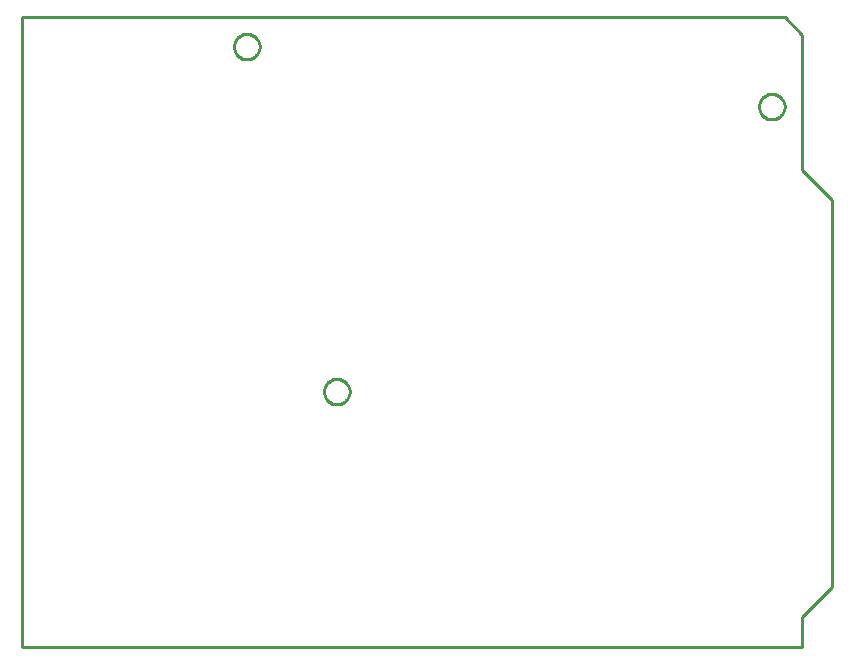
<source format=gbr>
G04 EAGLE Gerber RS-274X export*
G75*
%MOMM*%
%FSLAX34Y34*%
%LPD*%
%IN*%
%IPPOS*%
%AMOC8*
5,1,8,0,0,1.08239X$1,22.5*%
G01*
%ADD10C,0.254000*%


D10*
X0Y0D02*
X660400Y0D01*
X660400Y25400D01*
X685800Y50800D01*
X685800Y378460D01*
X660400Y403860D01*
X660400Y518160D01*
X646430Y533400D01*
X0Y533400D01*
X0Y0D01*
X645795Y456776D02*
X645728Y455930D01*
X645596Y455092D01*
X645398Y454268D01*
X645136Y453461D01*
X644811Y452677D01*
X644426Y451921D01*
X643983Y451198D01*
X643484Y450512D01*
X642933Y449867D01*
X642333Y449267D01*
X641688Y448716D01*
X641002Y448217D01*
X640279Y447774D01*
X639523Y447389D01*
X638739Y447064D01*
X637932Y446802D01*
X637108Y446604D01*
X636270Y446472D01*
X635424Y446405D01*
X634576Y446405D01*
X633730Y446472D01*
X632892Y446604D01*
X632068Y446802D01*
X631261Y447064D01*
X630477Y447389D01*
X629721Y447774D01*
X628998Y448217D01*
X628312Y448716D01*
X627667Y449267D01*
X627067Y449867D01*
X626516Y450512D01*
X626017Y451198D01*
X625574Y451921D01*
X625189Y452677D01*
X624864Y453461D01*
X624602Y454268D01*
X624404Y455092D01*
X624272Y455930D01*
X624205Y456776D01*
X624205Y457624D01*
X624272Y458470D01*
X624404Y459308D01*
X624602Y460132D01*
X624864Y460939D01*
X625189Y461723D01*
X625574Y462479D01*
X626017Y463202D01*
X626516Y463888D01*
X627067Y464533D01*
X627667Y465133D01*
X628312Y465684D01*
X628998Y466183D01*
X629721Y466626D01*
X630477Y467011D01*
X631261Y467336D01*
X632068Y467598D01*
X632892Y467796D01*
X633730Y467928D01*
X634576Y467995D01*
X635424Y467995D01*
X636270Y467928D01*
X637108Y467796D01*
X637932Y467598D01*
X638739Y467336D01*
X639523Y467011D01*
X640279Y466626D01*
X641002Y466183D01*
X641688Y465684D01*
X642333Y465133D01*
X642933Y464533D01*
X643484Y463888D01*
X643983Y463202D01*
X644426Y462479D01*
X644811Y461723D01*
X645136Y460939D01*
X645398Y460132D01*
X645596Y459308D01*
X645728Y458470D01*
X645795Y457624D01*
X645795Y456776D01*
X201295Y507576D02*
X201228Y506730D01*
X201096Y505892D01*
X200898Y505068D01*
X200636Y504261D01*
X200311Y503477D01*
X199926Y502721D01*
X199483Y501998D01*
X198984Y501312D01*
X198433Y500667D01*
X197833Y500067D01*
X197188Y499516D01*
X196502Y499017D01*
X195779Y498574D01*
X195023Y498189D01*
X194239Y497864D01*
X193432Y497602D01*
X192608Y497404D01*
X191770Y497272D01*
X190924Y497205D01*
X190076Y497205D01*
X189230Y497272D01*
X188392Y497404D01*
X187568Y497602D01*
X186761Y497864D01*
X185977Y498189D01*
X185221Y498574D01*
X184498Y499017D01*
X183812Y499516D01*
X183167Y500067D01*
X182567Y500667D01*
X182016Y501312D01*
X181517Y501998D01*
X181074Y502721D01*
X180689Y503477D01*
X180364Y504261D01*
X180102Y505068D01*
X179904Y505892D01*
X179772Y506730D01*
X179705Y507576D01*
X179705Y508424D01*
X179772Y509270D01*
X179904Y510108D01*
X180102Y510932D01*
X180364Y511739D01*
X180689Y512523D01*
X181074Y513279D01*
X181517Y514002D01*
X182016Y514688D01*
X182567Y515333D01*
X183167Y515933D01*
X183812Y516484D01*
X184498Y516983D01*
X185221Y517426D01*
X185977Y517811D01*
X186761Y518136D01*
X187568Y518398D01*
X188392Y518596D01*
X189230Y518728D01*
X190076Y518795D01*
X190924Y518795D01*
X191770Y518728D01*
X192608Y518596D01*
X193432Y518398D01*
X194239Y518136D01*
X195023Y517811D01*
X195779Y517426D01*
X196502Y516983D01*
X197188Y516484D01*
X197833Y515933D01*
X198433Y515333D01*
X198984Y514688D01*
X199483Y514002D01*
X199926Y513279D01*
X200311Y512523D01*
X200636Y511739D01*
X200898Y510932D01*
X201096Y510108D01*
X201228Y509270D01*
X201295Y508424D01*
X201295Y507576D01*
X277495Y215476D02*
X277428Y214630D01*
X277296Y213792D01*
X277098Y212968D01*
X276836Y212161D01*
X276511Y211377D01*
X276126Y210621D01*
X275683Y209898D01*
X275184Y209212D01*
X274633Y208567D01*
X274033Y207967D01*
X273388Y207416D01*
X272702Y206917D01*
X271979Y206474D01*
X271223Y206089D01*
X270439Y205764D01*
X269632Y205502D01*
X268808Y205304D01*
X267970Y205172D01*
X267124Y205105D01*
X266276Y205105D01*
X265430Y205172D01*
X264592Y205304D01*
X263768Y205502D01*
X262961Y205764D01*
X262177Y206089D01*
X261421Y206474D01*
X260698Y206917D01*
X260012Y207416D01*
X259367Y207967D01*
X258767Y208567D01*
X258216Y209212D01*
X257717Y209898D01*
X257274Y210621D01*
X256889Y211377D01*
X256564Y212161D01*
X256302Y212968D01*
X256104Y213792D01*
X255972Y214630D01*
X255905Y215476D01*
X255905Y216324D01*
X255972Y217170D01*
X256104Y218008D01*
X256302Y218832D01*
X256564Y219639D01*
X256889Y220423D01*
X257274Y221179D01*
X257717Y221902D01*
X258216Y222588D01*
X258767Y223233D01*
X259367Y223833D01*
X260012Y224384D01*
X260698Y224883D01*
X261421Y225326D01*
X262177Y225711D01*
X262961Y226036D01*
X263768Y226298D01*
X264592Y226496D01*
X265430Y226628D01*
X266276Y226695D01*
X267124Y226695D01*
X267970Y226628D01*
X268808Y226496D01*
X269632Y226298D01*
X270439Y226036D01*
X271223Y225711D01*
X271979Y225326D01*
X272702Y224883D01*
X273388Y224384D01*
X274033Y223833D01*
X274633Y223233D01*
X275184Y222588D01*
X275683Y221902D01*
X276126Y221179D01*
X276511Y220423D01*
X276836Y219639D01*
X277098Y218832D01*
X277296Y218008D01*
X277428Y217170D01*
X277495Y216324D01*
X277495Y215476D01*
M02*

</source>
